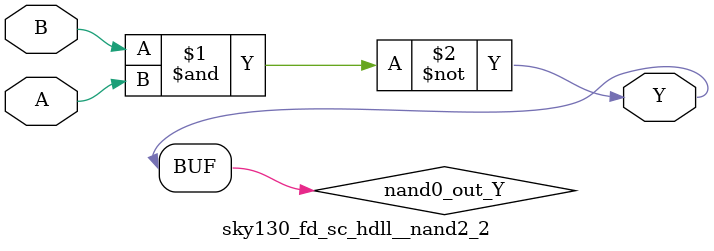
<source format=v>
/*
 * Copyright 2020 The SkyWater PDK Authors
 *
 * Licensed under the Apache License, Version 2.0 (the "License");
 * you may not use this file except in compliance with the License.
 * You may obtain a copy of the License at
 *
 *     https://www.apache.org/licenses/LICENSE-2.0
 *
 * Unless required by applicable law or agreed to in writing, software
 * distributed under the License is distributed on an "AS IS" BASIS,
 * WITHOUT WARRANTIES OR CONDITIONS OF ANY KIND, either express or implied.
 * See the License for the specific language governing permissions and
 * limitations under the License.
 *
 * SPDX-License-Identifier: Apache-2.0
*/


`ifndef SKY130_FD_SC_HDLL__NAND2_2_FUNCTIONAL_V
`define SKY130_FD_SC_HDLL__NAND2_2_FUNCTIONAL_V

/**
 * nand2: 2-input NAND.
 *
 * Verilog simulation functional model.
 */

`timescale 1ns / 1ps
`default_nettype none

`celldefine
module sky130_fd_sc_hdll__nand2_2 (
    Y,
    A,
    B
);

    // Module ports
    output Y;
    input  A;
    input  B;

    // Local signals
    wire nand0_out_Y;

    //   Name   Output       Other arguments
    nand nand0 (nand0_out_Y, B, A           );
    buf  buf0  (Y          , nand0_out_Y    );

endmodule
`endcelldefine

`default_nettype wire
`endif  // SKY130_FD_SC_HDLL__NAND2_2_FUNCTIONAL_V

</source>
